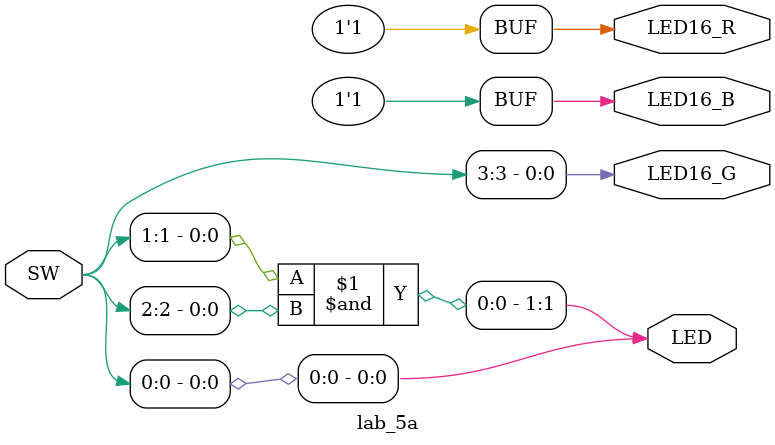
<source format=v>
module lab_5a(
input [3:0] SW,
output [1:0] LED,
output LED16_R,
output LED16_G,
output LED16_B
);
	assign LED[0] = SW[0];
	assign LED[1] = SW[1]&SW[2];
	
	assign LED16_R = 1'b1;
	assign LED16_G = SW[3];
	assign LED16_B = 1'b1;
	
endmodule
</source>
